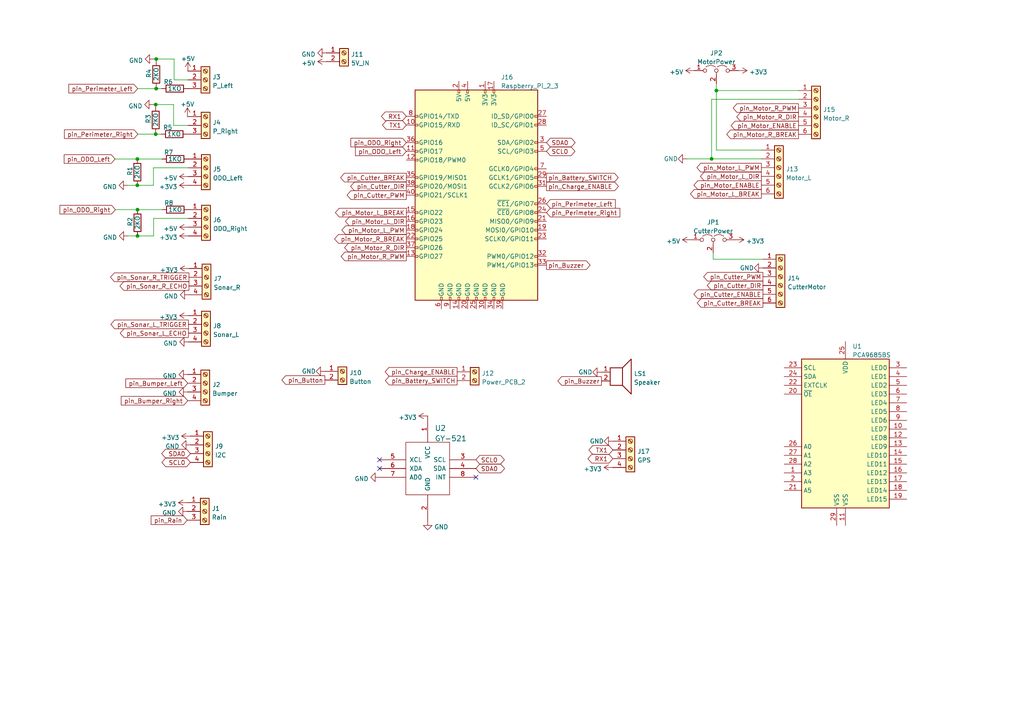
<source format=kicad_sch>
(kicad_sch (version 20211123) (generator eeschema)
  (paper "A4")
  (title_block (title "Raspberry Pi Mower PCB") (date "2023-09-10") (rev "1.0") (comment 1 "S. Dippel"))
  (lib_symbols
    (symbol "Connector:Raspberry_Pi_2_3" (pin_names (offset 1.016))
      (property "Reference" "J" (at -17.78 31.75 0))
      (property "Value" "Raspberry_Pi_2_3" (at 10.16 -31.75 0))
      (symbol "Raspberry_Pi_2_3_0_1"
        (rectangle (start -17.78 30.48) (end 17.78 -30.48) (stroke (width 0.254)) (fill (type background)))
      )
      (symbol "Raspberry_Pi_2_3_1_1"
        (rectangle (start -16.891 -17.526) (end -17.78 -18.034))
        (rectangle (start -16.891 -14.986) (end -17.78 -15.494))
        (rectangle (start -16.891 -12.446) (end -17.78 -12.954))
        (rectangle (start -16.891 -9.906) (end -17.78 -10.414))
        (rectangle (start -16.891 -7.366) (end -17.78 -7.874))
        (rectangle (start -16.891 -4.826) (end -17.78 -5.334))
        (rectangle (start -16.891 0.254) (end -17.78 -0.254))
        (rectangle (start -16.891 2.794) (end -17.78 2.286))
        (rectangle (start -16.891 5.334) (end -17.78 4.826))
        (rectangle (start -16.891 10.414) (end -17.78 9.906))
        (rectangle (start -16.891 12.954) (end -17.78 12.446))
        (rectangle (start -16.891 15.494) (end -17.78 14.986))
        (rectangle (start -16.891 20.574) (end -17.78 20.066))
        (rectangle (start -16.891 23.114) (end -17.78 22.606))
        (rectangle (start -10.414 -29.591) (end -9.906 -30.48))
        (rectangle (start -7.874 -29.591) (end -7.366 -30.48))
        (rectangle (start -5.334 -29.591) (end -4.826 -30.48))
        (rectangle (start -5.334 30.48) (end -4.826 29.591))
        (rectangle (start -2.794 -29.591) (end -2.286 -30.48))
        (rectangle (start -2.794 30.48) (end -2.286 29.591))
        (rectangle (start -0.254 -29.591) (end 0.254 -30.48))
        (rectangle (start 2.286 -29.591) (end 2.794 -30.48))
        (rectangle (start 2.286 30.48) (end 2.794 29.591))
        (rectangle (start 4.826 -29.591) (end 5.334 -30.48))
        (rectangle (start 4.826 30.48) (end 5.334 29.591))
        (rectangle (start 7.366 -29.591) (end 7.874 -30.48))
        (rectangle (start 17.78 -20.066) (end 16.891 -20.574))
        (rectangle (start 17.78 -17.526) (end 16.891 -18.034))
        (rectangle (start 17.78 -12.446) (end 16.891 -12.954))
        (rectangle (start 17.78 -9.906) (end 16.891 -10.414))
        (rectangle (start 17.78 -7.366) (end 16.891 -7.874))
        (rectangle (start 17.78 -4.826) (end 16.891 -5.334))
        (rectangle (start 17.78 -2.286) (end 16.891 -2.794))
        (rectangle (start 17.78 2.794) (end 16.891 2.286))
        (rectangle (start 17.78 5.334) (end 16.891 4.826))
        (rectangle (start 17.78 7.874) (end 16.891 7.366))
        (rectangle (start 17.78 12.954) (end 16.891 12.446))
        (rectangle (start 17.78 15.494) (end 16.891 14.986))
        (rectangle (start 17.78 20.574) (end 16.891 20.066))
        (rectangle (start 17.78 23.114) (end 16.891 22.606))
        (pin power_in line (at 2.54 33.02 270) (length 2.54) (name "3V3") (number "1"))
        (pin bidirectional line (at -20.32 20.32 0) (length 2.54) (name "GPIO15/RXD") (number "10"))
        (pin bidirectional line (at -20.32 12.7 0) (length 2.54) (name "GPIO17") (number "11"))
        (pin bidirectional line (at -20.32 10.16 0) (length 2.54) (name "GPIO18/PWM0") (number "12"))
        (pin bidirectional line (at -20.32 -17.78 0) (length 2.54) (name "GPIO27") (number "13"))
        (pin power_in line (at -5.08 -33.02 90) (length 2.54) (name "GND") (number "14"))
        (pin bidirectional line (at -20.32 -5.08 0) (length 2.54) (name "GPIO22") (number "15"))
        (pin bidirectional line (at -20.32 -7.62 0) (length 2.54) (name "GPIO23") (number "16"))
        (pin power_in line (at 5.08 33.02 270) (length 2.54) (name "3V3") (number "17"))
        (pin bidirectional line (at -20.32 -10.16 0) (length 2.54) (name "GPIO24") (number "18"))
        (pin bidirectional line (at 20.32 -10.16 180) (length 2.54) (name "MOSI0/GPIO10") (number "19"))
        (pin power_in line (at -5.08 33.02 270) (length 2.54) (name "5V") (number "2"))
        (pin power_in line (at -2.54 -33.02 90) (length 2.54) (name "GND") (number "20"))
        (pin bidirectional line (at 20.32 -7.62 180) (length 2.54) (name "MISO0/GPIO9") (number "21"))
        (pin bidirectional line (at -20.32 -12.7 0) (length 2.54) (name "GPIO25") (number "22"))
        (pin bidirectional line (at 20.32 -12.7 180) (length 2.54) (name "SCLK0/GPIO11") (number "23"))
        (pin bidirectional line (at 20.32 -5.08 180) (length 2.54) (name "~{CE0}/GPIO8") (number "24"))
        (pin power_in line (at 0 -33.02 90) (length 2.54) (name "GND") (number "25"))
        (pin bidirectional line (at 20.32 -2.54 180) (length 2.54) (name "~{CE1}/GPIO7") (number "26"))
        (pin bidirectional line (at 20.32 22.86 180) (length 2.54) (name "ID_SD/GPIO0") (number "27"))
        (pin bidirectional line (at 20.32 20.32 180) (length 2.54) (name "ID_SC/GPIO1") (number "28"))
        (pin bidirectional line (at 20.32 5.08 180) (length 2.54) (name "GCLK1/GPIO5") (number "29"))
        (pin bidirectional line (at 20.32 15.24 180) (length 2.54) (name "SDA/GPIO2") (number "3"))
        (pin power_in line (at 2.54 -33.02 90) (length 2.54) (name "GND") (number "30"))
        (pin bidirectional line (at 20.32 2.54 180) (length 2.54) (name "GCLK2/GPIO6") (number "31"))
        (pin bidirectional line (at 20.32 -17.78 180) (length 2.54) (name "PWM0/GPIO12") (number "32"))
        (pin bidirectional line (at 20.32 -20.32 180) (length 2.54) (name "PWM1/GPIO13") (number "33"))
        (pin power_in line (at 5.08 -33.02 90) (length 2.54) (name "GND") (number "34"))
        (pin bidirectional line (at -20.32 5.08 0) (length 2.54) (name "GPIO19/MISO1") (number "35"))
        (pin bidirectional line (at -20.32 15.24 0) (length 2.54) (name "GPIO16") (number "36"))
        (pin bidirectional line (at -20.32 -15.24 0) (length 2.54) (name "GPIO26") (number "37"))
        (pin bidirectional line (at -20.32 2.54 0) (length 2.54) (name "GPIO20/MOSI1") (number "38"))
        (pin power_in line (at 7.62 -33.02 90) (length 2.54) (name "GND") (number "39"))
        (pin power_in line (at -2.54 33.02 270) (length 2.54) (name "5V") (number "4"))
        (pin bidirectional line (at -20.32 0 0) (length 2.54) (name "GPIO21/SCLK1") (number "40"))
        (pin bidirectional line (at 20.32 12.7 180) (length 2.54) (name "SCL/GPIO3") (number "5"))
        (pin power_in line (at -10.16 -33.02 90) (length 2.54) (name "GND") (number "6"))
        (pin bidirectional line (at 20.32 7.62 180) (length 2.54) (name "GCLK0/GPIO4") (number "7"))
        (pin bidirectional line (at -20.32 22.86 0) (length 2.54) (name "GPIO14/TXD") (number "8"))
        (pin power_in line (at -7.62 -33.02 90) (length 2.54) (name "GND") (number "9"))
      )
    )
    (symbol "Connector:Screw_Terminal_01x02" (pin_names (offset 1.016) hide)
      (property "Reference" "J" (at 0 2.54 0))
      (property "Value" "Screw_Terminal_01x02" (at 0 -5.08 0))
      (symbol "Screw_Terminal_01x02_1_1"
        (rectangle (start -1.27 1.27) (end 1.27 -3.81) (stroke (width 0.254)) (fill (type background)))
        (circle (center 0 -2.54) (radius 0.635) (stroke (width 0.1524)))
        (polyline (pts (xy -0.5334 -2.2098) (xy 0.3302 -3.048)) (stroke (width 0.1524)))
        (polyline (pts (xy -0.5334 0.3302) (xy 0.3302 -0.508)) (stroke (width 0.1524)))
        (polyline (pts (xy -0.3556 -2.032) (xy 0.508 -2.8702)) (stroke (width 0.1524)))
        (polyline (pts (xy -0.3556 0.508) (xy 0.508 -0.3302)) (stroke (width 0.1524)))
        (circle (center 0 0) (radius 0.635) (stroke (width 0.1524)))
        (pin passive line (at -5.08 0 0) (length 3.81) (name "Pin_1") (number "1"))
        (pin passive line (at -5.08 -2.54 0) (length 3.81) (name "Pin_2") (number "2"))
      )
    )
    (symbol "Connector:Screw_Terminal_01x03" (pin_names (offset 1.016) hide)
      (property "Reference" "J" (at 0 5.08 0))
      (property "Value" "Screw_Terminal_01x03" (at 0 -5.08 0))
      (symbol "Screw_Terminal_01x03_1_1"
        (rectangle (start -1.27 3.81) (end 1.27 -3.81) (stroke (width 0.254)) (fill (type background)))
        (circle (center 0 -2.54) (radius 0.635) (stroke (width 0.1524)))
        (polyline (pts (xy -0.5334 -2.2098) (xy 0.3302 -3.048)) (stroke (width 0.1524)))
        (polyline (pts (xy -0.5334 0.3302) (xy 0.3302 -0.508)) (stroke (width 0.1524)))
        (polyline (pts (xy -0.5334 2.8702) (xy 0.3302 2.032)) (stroke (width 0.1524)))
        (polyline (pts (xy -0.3556 -2.032) (xy 0.508 -2.8702)) (stroke (width 0.1524)))
        (polyline (pts (xy -0.3556 0.508) (xy 0.508 -0.3302)) (stroke (width 0.1524)))
        (polyline (pts (xy -0.3556 3.048) (xy 0.508 2.2098)) (stroke (width 0.1524)))
        (circle (center 0 0) (radius 0.635) (stroke (width 0.1524)))
        (circle (center 0 2.54) (radius 0.635) (stroke (width 0.1524)))
        (pin passive line (at -5.08 2.54 0) (length 3.81) (name "Pin_1") (number "1"))
        (pin passive line (at -5.08 0 0) (length 3.81) (name "Pin_2") (number "2"))
        (pin passive line (at -5.08 -2.54 0) (length 3.81) (name "Pin_3") (number "3"))
      )
    )
    (symbol "Connector:Screw_Terminal_01x04" (pin_names (offset 1.016) hide)
      (property "Reference" "J" (at 0 5.08 0))
      (property "Value" "Screw_Terminal_01x04" (at 0 -7.62 0))
      (symbol "Screw_Terminal_01x04_1_1"
        (rectangle (start -1.27 3.81) (end 1.27 -6.35) (stroke (width 0.254)) (fill (type background)))
        (circle (center 0 -5.08) (radius 0.635) (stroke (width 0.1524)))
        (circle (center 0 -2.54) (radius 0.635) (stroke (width 0.1524)))
        (polyline (pts (xy -0.5334 -4.7498) (xy 0.3302 -5.588)) (stroke (width 0.1524)))
        (polyline (pts (xy -0.5334 -2.2098) (xy 0.3302 -3.048)) (stroke (width 0.1524)))
        (polyline (pts (xy -0.5334 0.3302) (xy 0.3302 -0.508)) (stroke (width 0.1524)))
        (polyline (pts (xy -0.5334 2.8702) (xy 0.3302 2.032)) (stroke (width 0.1524)))
        (polyline (pts (xy -0.3556 -4.572) (xy 0.508 -5.4102)) (stroke (width 0.1524)))
        (polyline (pts (xy -0.3556 -2.032) (xy 0.508 -2.8702)) (stroke (width 0.1524)))
        (polyline (pts (xy -0.3556 0.508) (xy 0.508 -0.3302)) (stroke (width 0.1524)))
        (polyline (pts (xy -0.3556 3.048) (xy 0.508 2.2098)) (stroke (width 0.1524)))
        (circle (center 0 0) (radius 0.635) (stroke (width 0.1524)))
        (circle (center 0 2.54) (radius 0.635) (stroke (width 0.1524)))
        (pin passive line (at -5.08 2.54 0) (length 3.81) (name "Pin_1") (number "1"))
        (pin passive line (at -5.08 0 0) (length 3.81) (name "Pin_2") (number "2"))
        (pin passive line (at -5.08 -2.54 0) (length 3.81) (name "Pin_3") (number "3"))
        (pin passive line (at -5.08 -5.08 0) (length 3.81) (name "Pin_4") (number "4"))
      )
    )
    (symbol "Connector:Screw_Terminal_01x06" (pin_names (offset 1.016) hide)
      (property "Reference" "J" (at 0 7.62 0))
      (property "Value" "Screw_Terminal_01x06" (at 0 -10.16 0))
      (symbol "Screw_Terminal_01x06_1_1"
        (rectangle (start -1.27 6.35) (end 1.27 -8.89) (stroke (width 0.254)) (fill (type background)))
        (circle (center 0 -7.62) (radius 0.635) (stroke (width 0.1524)))
        (circle (center 0 -5.08) (radius 0.635) (stroke (width 0.1524)))
        (circle (center 0 -2.54) (radius 0.635) (stroke (width 0.1524)))
        (polyline (pts (xy -0.5334 -7.2898) (xy 0.3302 -8.128)) (stroke (width 0.1524)))
        (polyline (pts (xy -0.5334 -4.7498) (xy 0.3302 -5.588)) (stroke (width 0.1524)))
        (polyline (pts (xy -0.5334 -2.2098) (xy 0.3302 -3.048)) (stroke (width 0.1524)))
        (polyline (pts (xy -0.5334 0.3302) (xy 0.3302 -0.508)) (stroke (width 0.1524)))
        (polyline (pts (xy -0.5334 2.8702) (xy 0.3302 2.032)) (stroke (width 0.1524)))
        (polyline (pts (xy -0.5334 5.4102) (xy 0.3302 4.572)) (stroke (width 0.1524)))
        (polyline (pts (xy -0.3556 -7.112) (xy 0.508 -7.9502)) (stroke (width 0.1524)))
        (polyline (pts (xy -0.3556 -4.572) (xy 0.508 -5.4102)) (stroke (width 0.1524)))
        (polyline (pts (xy -0.3556 -2.032) (xy 0.508 -2.8702)) (stroke (width 0.1524)))
        (polyline (pts (xy -0.3556 0.508) (xy 0.508 -0.3302)) (stroke (width 0.1524)))
        (polyline (pts (xy -0.3556 3.048) (xy 0.508 2.2098)) (stroke (width 0.1524)))
        (polyline (pts (xy -0.3556 5.588) (xy 0.508 4.7498)) (stroke (width 0.1524)))
        (circle (center 0 0) (radius 0.635) (stroke (width 0.1524)))
        (circle (center 0 2.54) (radius 0.635) (stroke (width 0.1524)))
        (circle (center 0 5.08) (radius 0.635) (stroke (width 0.1524)))
        (pin passive line (at -5.08 5.08 0) (length 3.81) (name "Pin_1") (number "1"))
        (pin passive line (at -5.08 2.54 0) (length 3.81) (name "Pin_2") (number "2"))
        (pin passive line (at -5.08 0 0) (length 3.81) (name "Pin_3") (number "3"))
        (pin passive line (at -5.08 -2.54 0) (length 3.81) (name "Pin_4") (number "4"))
        (pin passive line (at -5.08 -5.08 0) (length 3.81) (name "Pin_5") (number "5"))
        (pin passive line (at -5.08 -7.62 0) (length 3.81) (name "Pin_6") (number "6"))
      )
    )
    (symbol "Device:R" (pin_numbers hide) (pin_names (offset 0))
      (property "Reference" "R" (at 2.032 0 90))
      (property "Value" "R" (at 0 0 90))
      (symbol "R_0_1"
        (rectangle (start -1.016 -2.54) (end 1.016 2.54) (stroke (width 0.254)))
      )
      (symbol "R_1_1"
        (pin passive line (at 0 3.81 270) (length 1.27) (name "~") (number "1"))
        (pin passive line (at 0 -3.81 90) (length 1.27) (name "~") (number "2"))
      )
    )
    (symbol "Device:Speaker" (pin_names (offset 0) hide)
      (property "Reference" "LS" (at 1.27 5.715 0))
      (property "Value" "Speaker" (at 1.27 3.81 0))
      (symbol "Speaker_0_0"
        (rectangle (start -2.54 1.27) (end 1.016 -3.81) (stroke (width 0.254)))
        (polyline (pts (xy 1.016 1.27) (xy 3.556 3.81) (xy 3.556 -6.35) (xy 1.016 -3.81)) (stroke (width 0.254)))
      )
      (symbol "Speaker_1_1"
        (pin input line (at -5.08 0 0) (length 2.54) (name "1") (number "1"))
        (pin input line (at -5.08 -2.54 0) (length 2.54) (name "2") (number "2"))
      )
    )
    (symbol "Diode:1N5819" (pin_numbers hide) (pin_names (offset 1.016) hide)
      (property "Reference" "D" (at 0 2.54 0))
      (property "Value" "1N5819" (at 0 -2.54 0))
      (symbol "1N5819_0_1"
        (polyline (pts (xy 1.27 0) (xy -1.27 0)))
        (polyline (pts (xy 1.27 1.27) (xy 1.27 -1.27) (xy -1.27 0) (xy 1.27 1.27)) (stroke (width 0.254)))
        (polyline (pts (xy -1.905 0.635) (xy -1.905 1.27) (xy -1.27 1.27) (xy -1.27 -1.27) (xy -0.635 -1.27) (xy -0.635 -0.635)) (stroke (width 0.254)))
      )
      (symbol "1N5819_1_1"
        (pin passive line (at -3.81 0 0) (length 2.54) (name "K") (number "1"))
        (pin passive line (at 3.81 0 180) (length 2.54) (name "A") (number "2"))
      )
    )
    (symbol "Driver_LED:PCA9685BS"
      (property "Reference" "U" (at -12.7 22.225 0))
      (property "Value" "PCA9685BS" (at 1.27 22.225 0))
      (symbol "PCA9685BS_0_1"
        (rectangle (start -12.7 20.32) (end 12.7 -22.86) (stroke (width 0.254)) (fill (type background)))
      )
      (symbol "PCA9685BS_1_1"
        (pin input line (at -17.78 -12.7 0) (length 5.08) (name "A3") (number "1"))
        (pin output line (at 17.78 0 180) (length 5.08) (name "LED7") (number "10"))
        (pin power_in line (at 0 -27.94 90) (length 5.08) (name "VSS") (number "11"))
        (pin output line (at 17.78 -2.54 180) (length 5.08) (name "LED8") (number "12"))
        (pin output line (at 17.78 -5.08 180) (length 5.08) (name "LED9") (number "13"))
        (pin output line (at 17.78 -7.62 180) (length 5.08) (name "LED10") (number "14"))
        (pin output line (at 17.78 -10.16 180) (length 5.08) (name "LED11") (number "15"))
        (pin output line (at 17.78 -12.7 180) (length 5.08) (name "LED12") (number "16"))
        (pin output line (at 17.78 -15.24 180) (length 5.08) (name "LED13") (number "17"))
        (pin output line (at 17.78 -17.78 180) (length 5.08) (name "LED14") (number "18"))
        (pin output line (at 17.78 -20.32 180) (length 5.08) (name "LED15") (number "19"))
        (pin input line (at -17.78 -15.24 0) (length 5.08) (name "A4") (number "2"))
        (pin input line (at -17.78 10.16 0) (length 5.08) (name "~{OE}") (number "20"))
        (pin input line (at -17.78 -17.78 0) (length 5.08) (name "A5") (number "21"))
        (pin input line (at -17.78 12.7 0) (length 5.08) (name "EXTCLK") (number "22"))
        (pin input line (at -17.78 17.78 0) (length 5.08) (name "SCL") (number "23"))
        (pin bidirectional line (at -17.78 15.24 0) (length 5.08) (name "SDA") (number "24"))
        (pin power_in line (at 0 25.4 270) (length 5.08) (name "VDD") (number "25"))
        (pin input line (at -17.78 -5.08 0) (length 5.08) (name "A0") (number "26"))
        (pin input line (at -17.78 -7.62 0) (length 5.08) (name "A1") (number "27"))
        (pin input line (at -17.78 -10.16 0) (length 5.08) (name "A2") (number "28"))
        (pin power_in line (at -2.54 -27.94 90) (length 5.08) (name "VSS") (number "29"))
        (pin output line (at 17.78 17.78 180) (length 5.08) (name "LED0") (number "3"))
        (pin output line (at 17.78 15.24 180) (length 5.08) (name "LED1") (number "4"))
        (pin output line (at 17.78 12.7 180) (length 5.08) (name "LED2") (number "5"))
        (pin output line (at 17.78 10.16 180) (length 5.08) (name "LED3") (number "6"))
        (pin output line (at 17.78 7.62 180) (length 5.08) (name "LED4") (number "7"))
        (pin output line (at 17.78 5.08 180) (length 5.08) (name "LED5") (number "8"))
        (pin output line (at 17.78 2.54 180) (length 5.08) (name "LED6") (number "9"))
      )
    )
    (symbol "Jumper:Jumper_3_Open" (pin_names (offset 0) hide)
      (property "Reference" "JP" (at -2.54 -2.54 0))
      (property "Value" "Jumper_3_Open" (at 0 2.794 0))
      (symbol "Jumper_3_Open_0_0"
        (circle (center -3.302 0) (radius 0.508))
        (circle (center 0 0) (radius 0.508))
        (circle (center 3.302 0) (radius 0.508))
      )
      (symbol "Jumper_3_Open_0_1"
        (arc (start -0.254 1.016) (mid -1.651 1.4992) (end -3.048 1.016))
        (polyline (pts (xy 0 -0.508) (xy 0 -1.27)))
        (arc (start 3.048 1.016) (mid 1.651 1.4992) (end 0.254 1.016))
      )
      (symbol "Jumper_3_Open_1_1"
        (pin passive line (at -6.35 0 0) (length 2.54) (name "A") (number "1"))
        (pin input line (at 0 -3.81 90) (length 2.54) (name "C") (number "2"))
        (pin passive line (at 6.35 0 180) (length 2.54) (name "B") (number "3"))
      )
    )
    (symbol "gy-521:GY-521" (pin_names (offset 1.016))
      (property "Reference" "U" (at 2.54 8.89 0))
      (property "Value" "GY-521" (at 5.08 11.43 0))
      (symbol "GY-521_0_1"
        (rectangle (start -6.35 7.62) (end 6.35 -7.62))
      )
      (symbol "GY-521_1_1"
        (pin input line (at 0 15.24 270) (length 7.62) (name "VCC") (number "1"))
        (pin input line (at 0 -15.24 90) (length 7.62) (name "GND") (number "2"))
        (pin input line (at 13.97 2.54 180) (length 7.62) (name "SCL") (number "3"))
        (pin input line (at 13.97 0 180) (length 7.62) (name "SDA") (number "4"))
        (pin input line (at -13.97 2.54 0) (length 7.62) (name "XCL") (number "5"))
        (pin input line (at -13.97 0 0) (length 7.62) (name "XDA") (number "6"))
        (pin input line (at -13.97 -2.54 0) (length 7.62) (name "AD0") (number "7"))
        (pin input line (at 13.97 -2.54 180) (length 7.62) (name "INT") (number "8"))
      )
    )
    (symbol "power:+3.3V" (power) (pin_names (offset 0))
      (property "Value" "+3.3V" (at 0 3.556 0))
      (symbol "+3.3V_0_1"
        (polyline (pts (xy -0.762 1.27) (xy 0 2.54)))
        (polyline (pts (xy 0 0) (xy 0 2.54)))
        (polyline (pts (xy 0 2.54) (xy 0.762 1.27)))
      )
      (symbol "+3.3V_1_1"
        (pin power_in line (at 0 0 90) (length 0) hide (name "+3V3") (number "1"))
      )
    )
    (symbol "power:+5V" (power) (pin_names (offset 0))
      (property "Value" "+5V" (at 0 3.556 0))
      (symbol "+5V_0_1"
        (polyline (pts (xy -0.762 1.27) (xy 0 2.54)))
        (polyline (pts (xy 0 0) (xy 0 2.54)))
        (polyline (pts (xy 0 2.54) (xy 0.762 1.27)))
      )
      (symbol "+5V_1_1"
        (pin power_in line (at 0 0 90) (length 0) hide (name "+5V") (number "1"))
      )
    )
    (symbol "power:GND" (power) (pin_names (offset 0))
      (property "Value" "GND" (at 0 -3.81 0))
      (symbol "GND_0_1"
        (polyline (pts (xy 0 0) (xy 0 -1.27) (xy 1.27 -1.27) (xy 0 -2.54) (xy -1.27 -1.27) (xy 0 -1.27)))
      )
      (symbol "GND_1_1"
        (pin power_in line (at 0 0 270) (length 0) hide (name "GND") (number "1"))
      )
    )
  )
  (junction (at 45.3136 17.1196))
  (junction (at 39.8272 53.7464))
  (junction (at 39.8272 46.1264))
  (junction (at 45.3136 25.7048))
  (junction (at 45.1612 30.3276))
  (junction (at 207.772 26.2636))
  (junction (at 45.1612 38.9128))
  (junction (at 206.4004 46.0756))
  (junction (at 39.878 60.8076))
  (junction (at 39.878 68.4276))
  (no_connect (at 110.0836 135.89))
  (no_connect (at 110.0836 133.35))
  (no_connect (at 138.0236 138.43))
  (wire (pts (xy 44.5008 30.3276) (xy 45.1612 30.3276)))
  (wire (pts (xy 220.8276 43.5356) (xy 207.772 43.5356)))
  (wire (pts (xy 46.8884 25.7048) (xy 45.3136 25.7048)))
  (wire (pts (xy 231.5972 28.8036) (xy 206.4004 28.8036)))
  (wire (pts (xy 39.9288 25.7048) (xy 45.3136 25.7048)))
  (wire (pts (xy 33.4264 60.8076) (xy 39.878 60.8076)))
  (wire (pts (xy 199.2376 46.0756) (xy 206.4004 46.0756)))
  (wire (pts (xy 33.3756 46.1264) (xy 39.8272 46.1264)))
  (wire (pts (xy 207.772 24.2824) (xy 207.772 26.2636)))
  (wire (pts (xy 39.8272 46.1264) (xy 46.99 46.1264)))
  (wire (pts (xy 45.1612 30.3276) (xy 50.3428 30.3276)))
  (wire (pts (xy 45.1612 38.9128) (xy 45.1612 38.608)))
  (wire (pts (xy 54.5592 33.8328) (xy 54.356 33.8328)))
  (wire (pts (xy 39.9796 38.9128) (xy 45.1612 38.9128)))
  (wire (pts (xy 45.3136 25.7048) (xy 45.3136 25.4)))
  (wire (pts (xy 44.5516 63.3476) (xy 44.5516 68.4276)))
  (wire (pts (xy -26.5176 -15.9004) (xy -26.5176 -19.2024)))
  (wire (pts (xy 54.5592 38.9128) (xy 54.356 38.9128)))
  (wire (pts (xy -47.5488 -15.9004) (xy -38.8112 -15.9004)))
  (wire (pts (xy 39.8272 53.7464) (xy 37.084 53.7464)))
  (wire (pts (xy 45.3136 17.1196) (xy 50.4952 17.1196)))
  (wire (pts (xy 206.8576 73.3552) (xy 206.8576 75.184)))
  (wire (pts (xy 44.5516 68.4276) (xy 39.878 68.4276)))
  (wire (pts (xy 44.6532 17.1196) (xy 45.3136 17.1196)))
  (wire (pts (xy 54.61 48.6664) (xy 44.5008 48.6664)))
  (wire (pts (xy 44.5008 53.7464) (xy 39.8272 53.7464)))
  (wire (pts (xy 206.8576 75.184) (xy 221.2848 75.184)))
  (wire (pts (xy 50.3428 36.3728) (xy 54.5592 36.3728)))
  (wire (pts (xy 207.772 43.5356) (xy 207.772 26.2636)))
  (wire (pts (xy 206.4004 46.0756) (xy 220.8276 46.0756)))
  (wire (pts (xy 46.736 38.9128) (xy 45.1612 38.9128)))
  (wire (pts (xy 45.1612 30.3276) (xy 45.1612 30.988)))
  (wire (pts (xy 44.5008 48.6664) (xy 44.5008 53.7464)))
  (wire (pts (xy 39.878 68.4276) (xy 37.1348 68.4276)))
  (wire (pts (xy 207.772 26.2636) (xy 231.5972 26.2636)))
  (wire (pts (xy 39.878 60.8076) (xy 47.0408 60.8076)))
  (wire (pts (xy 50.4952 23.1648) (xy 54.5084 23.1648)))
  (wire (pts (xy 50.3428 30.3276) (xy 50.3428 36.3728)))
  (wire (pts (xy 45.3136 17.1196) (xy 45.3136 17.78)))
  (wire (pts (xy -31.1912 -15.9004) (xy -26.5176 -15.9004)))
  (wire (pts (xy 54.6608 63.3476) (xy 44.5516 63.3476)))
  (wire (pts (xy 206.4004 28.8036) (xy 206.4004 46.0756)))
  (wire (pts (xy 50.4952 17.1196) (xy 50.4952 23.1648)))
  (global_label "pin_Sonar_R_ECHO" (shape output) (at 66.8528 -10.922 180) (property "Intersheet References" "${INTERSHEET_REFS}" (effects hide)))
  (global_label "SCL0" (shape bidirectional) (at 138.0236 133.35 0) (property "Intersheet References" "${INTERSHEET_REFS}" (effects hide)))
  (global_label "pin_Motor_L_DIR" (shape output) (at 220.8276 51.1556 180) (property "Intersheet References" "${INTERSHEET_REFS}" (effects hide)))
  (global_label "pin_Motor_L_PWM" (shape output) (at 220.8276 48.6156 180) (property "Intersheet References" "${INTERSHEET_REFS}" (effects hide)))
  (global_label "pin_Battery_SWITCH" (shape output) (at 132.588 110.3884 180) (property "Intersheet References" "${INTERSHEET_REFS}" (effects hide)))
  (global_label "pin_Cutter_PWM" (shape output) (at 117.856 56.5912 180) (property "Intersheet References" "${INTERSHEET_REFS}" (effects hide)))
  (global_label "pin_Motor_L_BREAK" (shape output) (at 117.856 61.6712 180) (property "Intersheet References" "${INTERSHEET_REFS}" (effects hide)))
  (global_label "pin_Bumper_Right" (shape input) (at 54.4576 116.2304 180) (property "Intersheet References" "${INTERSHEET_REFS}" (effects hide)))
  (global_label "pin_Motor_L_BREAK" (shape output) (at 220.8276 56.2356 180) (property "Intersheet References" "${INTERSHEET_REFS}" (effects hide)))
  (global_label "pin_Motor_ENABLE" (shape output) (at 157.9372 -6.096 180) (property "Intersheet References" "${INTERSHEET_REFS}" (effects hide)))
  (global_label "pin_Cutter_ENABLE" (shape output) (at 156.972 -11.8872 180) (property "Intersheet References" "${INTERSHEET_REFS}" (effects hide)))
  (global_label "SDA0" (shape bidirectional) (at 55.2196 131.572 180) (property "Intersheet References" "${INTERSHEET_REFS}" (effects hide)))
  (global_label "SDA0" (shape bidirectional) (at 138.0236 135.89 0) (property "Intersheet References" "${INTERSHEET_REFS}" (effects hide)))
  (global_label "pin_Cutter_BREAK" (shape output) (at 117.856 51.5112 180) (property "Intersheet References" "${INTERSHEET_REFS}" (effects hide)))
  (global_label "pin_Sonar_R_TRIGGER" (shape output) (at 54.8132 80.4164 180) (property "Intersheet References" "${INTERSHEET_REFS}" (effects hide)))
  (global_label "pin_Motor_R_PWM" (shape output) (at 231.5972 31.3436 180) (property "Intersheet References" "${INTERSHEET_REFS}" (effects hide)))
  (global_label "pin_Motor_R_DIR" (shape output) (at 117.856 71.8312 180) (property "Intersheet References" "${INTERSHEET_REFS}" (effects hide)))
  (global_label "pin_Sonar_L_ECHO" (shape output) (at 67.3608 -26.416 180) (property "Intersheet References" "${INTERSHEET_REFS}" (effects hide)))
  (global_label "pin_Bumper_Left" (shape input) (at 66.6496 -34.8488 180) (property "Intersheet References" "${INTERSHEET_REFS}" (effects hide)))
  (global_label "pin_Rain" (shape input) (at 83.566 -18.3896 180) (property "Intersheet References" "${INTERSHEET_REFS}" (effects hide)))
  (global_label "pin_Charge_ENABLE" (shape output) (at 158.496 54.0512 0) (property "Intersheet References" "${INTERSHEET_REFS}" (effects hide)))
  (global_label "pin_Cutter_DIR" (shape output) (at 221.2848 82.804 180) (property "Intersheet References" "${INTERSHEET_REFS}" (effects hide)))
  (global_label "pin_Perimeter_Left" (shape input) (at 39.9288 25.7048 180) (property "Intersheet References" "${INTERSHEET_REFS}" (effects hide)))
  (global_label "pin_Rain" (shape input) (at 54.3052 150.876 180) (property "Intersheet References" "${INTERSHEET_REFS}" (effects hide)))
  (global_label "pin_ODO_Left" (shape input) (at 117.856 43.8912 180) (property "Intersheet References" "${INTERSHEET_REFS}" (effects hide)))
  (global_label "pin_Motor_R_BREAK" (shape output) (at 231.5972 38.9636 180) (property "Intersheet References" "${INTERSHEET_REFS}" (effects hide)))
  (global_label "pin_Sonar_L_TRIGGER" (shape output) (at 67.818 -21.59 180) (property "Intersheet References" "${INTERSHEET_REFS}" (effects hide)))
  (global_label "pin_Cutter_ENABLE" (shape output) (at 221.2848 85.344 180) (property "Intersheet References" "${INTERSHEET_REFS}" (effects hide)))
  (global_label "pin_Motor_R_DIR" (shape output) (at 231.5972 33.8836 180) (property "Intersheet References" "${INTERSHEET_REFS}" (effects hide)))
  (global_label "pin_Cutter_DIR" (shape output) (at 117.856 54.0512 180) (property "Intersheet References" "${INTERSHEET_REFS}" (effects hide)))
  (global_label "pin_Motor_ENABLE" (shape output) (at 231.5972 36.4236 180) (property "Intersheet References" "${INTERSHEET_REFS}" (effects hide)))
  (global_label "pin_Battery_SWITCH" (shape output) (at 158.496 51.5112 0) (property "Intersheet References" "${INTERSHEET_REFS}" (effects hide)))
  (global_label "pin_Button" (shape output) (at 94.234 110.236 180) (property "Intersheet References" "${INTERSHEET_REFS}" (effects hide)))
  (global_label "pin_Cutter_BREAK" (shape output) (at 221.2848 87.884 180) (property "Intersheet References" "${INTERSHEET_REFS}" (effects hide)))
  (global_label "pin_Charge_ENABLE" (shape output) (at 132.588 107.8484 180) (property "Intersheet References" "${INTERSHEET_REFS}" (effects hide)))
  (global_label "pin_Motor_L_PWM" (shape output) (at 117.856 66.7512 180) (property "Intersheet References" "${INTERSHEET_REFS}" (effects hide)))
  (global_label "pin_Perimeter_Left" (shape input) (at 158.496 59.1312 0) (property "Intersheet References" "${INTERSHEET_REFS}" (effects hide)))
  (global_label "pin_Sonar_L_TRIGGER" (shape output) (at 54.6608 94.0816 180) (property "Intersheet References" "${INTERSHEET_REFS}" (effects hide)))
  (global_label "pin_Cutter_PWM" (shape output) (at 221.2848 80.264 180) (property "Intersheet References" "${INTERSHEET_REFS}" (effects hide)))
  (global_label "pin_Sonar_R_ECHO" (shape output) (at 54.8132 82.9564 180) (property "Intersheet References" "${INTERSHEET_REFS}" (effects hide)))
  (global_label "TX1" (shape bidirectional) (at 177.7492 130.5052 180) (property "Intersheet References" "${INTERSHEET_REFS}" (effects hide)))
  (global_label "RX1" (shape bidirectional) (at 117.856 33.7312 180) (property "Intersheet References" "${INTERSHEET_REFS}" (effects hide)))
  (global_label "pin_Button" (shape output) (at 83.1596 -14.732 180) (property "Intersheet References" "${INTERSHEET_REFS}" (effects hide)))
  (global_label "TX1" (shape bidirectional) (at 117.856 36.2712 180) (property "Intersheet References" "${INTERSHEET_REFS}" (effects hide)))
  (global_label "pin_Buzzer" (shape output) (at 158.496 76.9112 0) (property "Intersheet References" "${INTERSHEET_REFS}" (effects hide)))
  (global_label "pin_Perimeter_Right" (shape input) (at 158.496 61.6712 0) (property "Intersheet References" "${INTERSHEET_REFS}" (effects hide)))
  (global_label "pin_Sonar_R_TRIGGER" (shape output) (at 67.4116 -7.366 180) (property "Intersheet References" "${INTERSHEET_REFS}" (effects hide)))
  (global_label "pin_Motor_R_PWM" (shape output) (at 117.856 74.3712 180) (property "Intersheet References" "${INTERSHEET_REFS}" (effects hide)))
  (global_label "pin_Buzzer" (shape output) (at 174.4472 110.49 180) (property "Intersheet References" "${INTERSHEET_REFS}" (effects hide)))
  (global_label "pin_ODO_Right" (shape input) (at 117.856 41.3512 180) (property "Intersheet References" "${INTERSHEET_REFS}" (effects hide)))
  (global_label "pin_Bumper_Right" (shape input) (at 66.8528 -39.6748 180) (property "Intersheet References" "${INTERSHEET_REFS}" (effects hide)))
  (global_label "pin_Motor_ENABLE" (shape output) (at 220.8276 53.6956 180) (property "Intersheet References" "${INTERSHEET_REFS}" (effects hide)))
  (global_label "pin_Perimeter_Right" (shape input) (at 39.9796 38.9128 180) (property "Intersheet References" "${INTERSHEET_REFS}" (effects hide)))
  (global_label "RX1" (shape bidirectional) (at 177.7492 133.0452 180) (property "Intersheet References" "${INTERSHEET_REFS}" (effects hide)))
  (global_label "pin_Motor_R_BREAK" (shape output) (at 117.856 69.2912 180) (property "Intersheet References" "${INTERSHEET_REFS}" (effects hide)))
  (global_label "SDA0" (shape bidirectional) (at 158.496 41.3512 0) (property "Intersheet References" "${INTERSHEET_REFS}" (effects hide)))
  (global_label "SCL0" (shape bidirectional) (at 55.2196 134.112 180) (property "Intersheet References" "${INTERSHEET_REFS}" (effects hide)))
  (global_label "pin_ODO_Right" (shape input) (at 33.4772 60.8076 180) (property "Intersheet References" "${INTERSHEET_REFS}" (effects hide)))
  (global_label "SCL0" (shape bidirectional) (at 158.496 43.8912 0) (property "Intersheet References" "${INTERSHEET_REFS}" (effects hide)))
  (global_label "pin_Bumper_Left" (shape input) (at 54.4576 111.1504 180) (property "Intersheet References" "${INTERSHEET_REFS}" (effects hide)))
  (global_label "pin_Sonar_L_ECHO" (shape output) (at 54.6608 96.6216 180) (property "Intersheet References" "${INTERSHEET_REFS}" (effects hide)))
  (global_label "pin_ODO_Left" (shape input) (at 33.3756 46.1264 180) (property "Intersheet References" "${INTERSHEET_REFS}" (effects hide)))
  (global_label "pin_Motor_L_DIR" (shape output) (at 117.856 64.2112 180) (property "Intersheet References" "${INTERSHEET_REFS}" (effects hide)))
  (symbol (lib_id "power:+5V") (at 200.5076 69.5452 90) (unit 1)
    (property "Reference" "#PWR0126" (effects hide))
    (property "Value" "+5V" (at 197.3327 69.979 90) (effects (justify left)))
  )
  (symbol (lib_id "power:GND") (at 37.1348 68.4276 270) (unit 1)
    (property "Reference" "#PWR0104" (effects hide))
    (property "Value" "GND" (at 33.9599 68.8614 90) (effects (justify right)))
  )
  (symbol (lib_id "power:+3.3V") (at 54.3052 145.796 90) (unit 1)
    (property "Reference" "#PWR0116" (effects hide))
    (property "Value" "+3.3V" (at 51.1302 146.2298 90) (effects (justify left)))
  )
  (symbol (lib_id "Connector:Screw_Terminal_01x04") (at 59.7408 94.0816 0) (unit 1)
    (property "Reference" "J8" (at 61.7728 94.5169 0) (effects (justify left)))
    (property "Value" "Sonar_L" (at 61.7728 97.0538 0) (effects (justify left)))
  )
  (symbol (lib_id "gy-521:GY-521") (at 124.0536 135.89 0) (unit 1)
    (property "Reference" "U2" (at 126.073 124.1859 0) (effects (font (size 1.524 1.524)) (justify left)))
    (property "Value" "GY-521" (at 126.073 127.1793 0) (effects (font (size 1.524 1.524)) (justify left)))
  )
  (symbol (lib_id "Connector:Screw_Terminal_01x02") (at 137.668 107.8484 0) (unit 1)
    (property "Reference" "J12" (at 139.7 108.2837 0) (effects (justify left)))
    (property "Value" "Power_PCB_2" (at 139.7 110.8206 0) (effects (justify left)))
  )
  (symbol (lib_id "Connector:Screw_Terminal_01x06") (at 225.9076 48.6156 0) (unit 1)
    (property "Reference" "J13" (at 227.9396 49.0509 0) (effects (justify left)))
    (property "Value" "Motor_L" (at 227.9396 51.5878 0) (effects (justify left)))
  )
  (symbol (lib_id "Connector:Screw_Terminal_01x04") (at 60.2996 129.032 0) (unit 1)
    (property "Reference" "J9" (at 62.3316 129.4673 0) (effects (justify left)))
    (property "Value" "I2C" (at 62.3316 132.0042 0) (effects (justify left)))
  )
  (symbol (lib_id "Connector:Screw_Terminal_01x02") (at 99.314 107.696 0) (unit 1)
    (property "Reference" "J10" (at 101.346 108.1313 0) (effects (justify left)))
    (property "Value" "Button" (at 101.346 110.6682 0) (effects (justify left)))
  )
  (symbol (lib_id "Device:R") (at 50.8 46.1264 90) (unit 1)
    (property "Reference" "R7" (at 48.9204 44.196 90))
    (property "Value" "1KO" (at 50.7492 46.1264 90))
  )
  (symbol (lib_id "Connector:Screw_Terminal_01x06") (at 236.6772 31.3436 0) (unit 1)
    (property "Reference" "J15" (at 238.7092 31.7789 0) (effects (justify left)))
    (property "Value" "Motor_R" (at 238.7092 34.3158 0) (effects (justify left)))
  )
  (symbol (lib_id "power:+5V") (at -26.5176 -19.2024 0) (unit 1)
    (property "Reference" "#PWR0125" (effects hide))
    (property "Value" "+5V" (at -26.5176 -22.7782 0))
  )
  (symbol (lib_id "power:+5V") (at 54.5084 20.6248 0) (unit 1)
    (property "Reference" "#PWR0131" (effects hide))
    (property "Value" "+5V" (at 54.5084 17.049 0))
  )
  (symbol (lib_id "Connector:Raspberry_Pi_2_3") (at 138.176 56.5912 0) (unit 1)
    (property "Reference" "J16" (at 145.2754 22.4114 0) (effects (justify left)))
    (property "Value" "Raspberry_Pi_2_3" (at 145.2754 24.9483 0) (effects (justify left)))
    (property "Datasheet" "https://www.raspberrypi.org/documentation/hardware/raspberrypi/schematics/rpi_SCH_3bplus_1p0_reduced.pdf" (effects hide))
  )
  (symbol (lib_id "power:GND") (at 55.2196 129.032 270) (unit 1)
    (property "Reference" "#PWR0117" (effects hide))
    (property "Value" "GND" (at 52.0447 129.4658 90) (effects (justify right)))
  )
  (symbol (lib_id "Driver_LED:PCA9685BS") (at 245.2116 124.46 0) (unit 1)
    (property "Reference" "U1" (at 247.231 100.4402 0) (effects (justify left)))
    (property "Value" "PCA9685BS" (at 247.231 102.9771 0) (effects (justify left)))
    (property "Footprint" "AdafruitPCA9685:Adafruit PCA9685 rev C" (effects hide))
    (property "Datasheet" "http://www.nxp.com/documents/data_sheet/PCA9685.pdf" (effects hide))
  )
  (symbol (lib_id "power:GND") (at 110.0836 138.43 270) (unit 1)
    (property "Reference" "#PWR0111" (effects hide))
    (property "Value" "GND" (at 106.9087 138.8638 90) (effects (justify right)))
  )
  (symbol (lib_id "power:+3.3V") (at 213.2076 69.5452 270) (unit 1)
    (property "Reference" "#PWR0122" (effects hide))
    (property "Value" "+3.3V" (at 216.3826 69.979 90) (effects (justify left)))
  )
  (symbol (lib_id "Connector:Screw_Terminal_01x03") (at 59.5884 23.1648 0) (unit 1)
    (property "Reference" "J3" (at 61.6204 22.3301 0) (effects (justify left)))
    (property "Value" "P_Left" (at 61.6204 24.867 0) (effects (justify left)))
  )
  (symbol (lib_id "power:+3.3V") (at 214.122 20.4724 270) (unit 1)
    (property "Reference" "#PWR0128" (effects hide))
    (property "Value" "+3.3V" (at 217.297 20.9062 90) (effects (justify left)))
  )
  (symbol (lib_id "Device:Speaker") (at 179.5272 107.95 0) (unit 1)
    (property "Reference" "LS1" (at 183.8452 108.3853 0) (effects (justify left)))
    (property "Value" "Speaker" (at 183.8452 110.9222 0) (effects (justify left)))
  )
  (symbol (lib_id "Connector:Screw_Terminal_01x04") (at 182.8292 130.5052 0) (unit 1)
    (property "Reference" "J17" (at 184.8612 130.9405 0) (effects (justify left)))
    (property "Value" "GPS" (at 184.8612 133.4774 0) (effects (justify left)))
  )
  (symbol (lib_id "power:GND") (at 37.084 53.7464 270) (unit 1)
    (property "Reference" "#PWR0103" (effects hide))
    (property "Value" "GND" (at 33.9091 54.1802 90) (effects (justify right)))
  )
  (symbol (lib_id "power:+5V") (at 54.6608 65.8876 90) (unit 1)
    (property "Reference" "#PWR0105" (effects hide))
    (property "Value" "+5V" (at 51.4859 66.3214 90) (effects (justify left)))
  )
  (symbol (lib_id "Device:R") (at 45.1612 34.798 0) (unit 1)
    (property "Reference" "R3" (at 43.0276 34.4932 90))
    (property "Value" "2KO" (at 45.1612 34.7472 90))
  )
  (symbol (lib_id "Connector:Screw_Terminal_01x04") (at 59.8932 80.4164 0) (unit 1)
    (property "Reference" "J7" (at 61.9252 80.8517 0) (effects (justify left)))
    (property "Value" "Sonar_R" (at 61.9252 83.3886 0) (effects (justify left)))
  )
  (symbol (lib_id "power:GND") (at 54.8132 85.4964 270) (unit 1)
    (property "Reference" "#PWR0108" (effects hide))
    (property "Value" "GND" (at 51.6383 85.9302 90) (effects (justify right)))
  )
  (symbol (lib_id "Connector:Screw_Terminal_01x02") (at 99.7712 15.3416 0) (unit 1)
    (property "Reference" "J11" (at 101.8032 15.7769 0) (effects (justify left)))
    (property "Value" "5V_IN" (at 101.8032 18.3138 0) (effects (justify left)))
  )
  (symbol (lib_id "Device:R") (at 39.878 64.6176 0) (unit 1)
    (property "Reference" "R2" (at 37.7444 64.3128 90))
    (property "Value" "2KO" (at 39.878 64.5668 90))
  )
  (symbol (lib_id "power:GND") (at 54.3052 148.336 270) (unit 1)
    (property "Reference" "#PWR0114" (effects hide))
    (property "Value" "GND" (at 51.1303 148.7698 90) (effects (justify right)))
  )
  (symbol (lib_id "power:GND") (at 221.2848 77.724 270) (unit 1)
    (property "Reference" "#PWR0123" (effects hide))
    (property "Value" "GND" (at 214.5792 77.724 90) (effects (justify left)))
  )
  (symbol (lib_id "power:GND") (at 124.0536 151.13 0) (unit 1)
    (property "Reference" "#PWR0112" (effects hide))
    (property "Value" "GND" (at 125.9586 152.8338 0) (effects (justify left)))
  )
  (symbol (lib_id "power:+3.3V") (at 54.6608 68.4276 90) (unit 1)
    (property "Reference" "#PWR0106" (effects hide))
    (property "Value" "+3.3V" (at 51.4858 68.8614 90) (effects (justify left)))
  )
  (symbol (lib_id "power:GND") (at 94.6912 15.3416 270) (unit 1)
    (property "Reference" "#PWR0133" (effects hide))
    (property "Value" "GND" (at 91.5163 15.7754 90) (effects (justify right)))
  )
  (symbol (lib_id "power:+5V") (at 54.356 33.8328 0) (unit 1)
    (property "Reference" "#PWR0132" (effects hide))
    (property "Value" "+5V" (at 54.356 30.257 0))
  )
  (symbol (lib_id "power:GND") (at 94.234 107.696 270) (unit 1)
    (property "Reference" "#PWR0121" (effects hide))
    (property "Value" "GND" (at 87.5284 107.696 90) (effects (justify left)))
  )
  (symbol (lib_id "Connector:Screw_Terminal_01x06") (at 226.3648 80.264 0) (unit 1)
    (property "Reference" "J14" (at 228.3968 80.6993 0) (effects (justify left)))
    (property "Value" "CutterMotor" (at 228.3968 83.2362 0) (effects (justify left)))
  )
  (symbol (lib_id "power:GND") (at 54.6608 99.1616 270) (unit 1)
    (property "Reference" "#PWR0136" (effects hide))
    (property "Value" "GND" (at 51.4859 99.5954 90) (effects (justify right)))
  )
  (symbol (lib_id "Device:R") (at 50.6984 25.7048 90) (unit 1)
    (property "Reference" "R6" (at 48.8188 23.7744 90))
    (property "Value" "1KO" (at 50.6476 25.7048 90))
  )
  (symbol (lib_id "Connector:Screw_Terminal_01x03") (at 59.3852 148.336 0) (unit 1)
    (property "Reference" "J1" (at 61.4172 147.5013 0) (effects (justify left)))
    (property "Value" "Rain" (at 61.4172 150.0382 0) (effects (justify left)))
  )
  (symbol (lib_id "power:+5V") (at 201.422 20.4724 90) (unit 1)
    (property "Reference" "#PWR0124" (effects hide))
    (property "Value" "+5V" (at 198.2471 20.9062 90) (effects (justify left)))
  )
  (symbol (lib_id "power:+3.3V") (at 54.6608 91.5416 90) (unit 1)
    (property "Reference" "#PWR0137" (effects hide))
    (property "Value" "+3.3V" (at 51.4858 91.9754 90) (effects (justify left)))
  )
  (symbol (lib_id "Jumper:Jumper_3_Open") (at 206.8576 69.5452 0) (unit 1)
    (property "Reference" "JP1" (at 206.8576 64.4732 0))
    (property "Value" "CutterPower" (at 206.8576 67.0101 0))
  )
  (symbol (lib_id "Connector:Screw_Terminal_01x04") (at 59.69 48.6664 0) (unit 1)
    (property "Reference" "J5" (at 61.722 49.1017 0) (effects (justify left)))
    (property "Value" "ODO_Left" (at 61.722 51.6386 0) (effects (justify left)))
  )
  (symbol (lib_id "power:+3.3V") (at 124.0536 120.65 90) (unit 1)
    (property "Reference" "#PWR0120" (effects hide))
    (property "Value" "+3.3V" (at 120.8786 121.0838 90) (effects (justify left)))
  )
  (symbol (lib_id "Device:R") (at 39.8272 49.9364 0) (unit 1)
    (property "Reference" "R1" (at 37.6936 49.6316 90))
    (property "Value" "2KO" (at 39.8272 49.8856 90))
  )
  (symbol (lib_id "power:GND") (at 54.4576 113.6904 270) (unit 1)
    (property "Reference" "#PWR0135" (effects hide))
    (property "Value" "GND" (at 51.2827 114.1242 90) (effects (justify right)))
  )
  (symbol (lib_id "Device:R") (at 50.8508 60.8076 90) (unit 1)
    (property "Reference" "R8" (at 48.9712 58.8772 90))
    (property "Value" "1KO" (at 50.8 60.8076 90))
  )
  (symbol (lib_id "power:GND") (at 199.2376 46.0756 270) (unit 1)
    (property "Reference" "#PWR0127" (effects hide))
    (property "Value" "GND" (at 192.532 46.0756 90) (effects (justify left)))
  )
  (symbol (lib_id "power:GND") (at 174.4472 107.95 270) (unit 1)
    (property "Reference" "#PWR0109" (effects hide))
    (property "Value" "GND" (at 167.7416 107.95 90) (effects (justify left)))
  )
  (symbol (lib_id "power:GND") (at 54.4576 108.6104 270) (unit 1)
    (property "Reference" "#PWR0119" (effects hide))
    (property "Value" "GND" (at 51.2827 109.0442 90) (effects (justify right)))
  )
  (symbol (lib_id "Connector:Screw_Terminal_01x03") (at 59.6392 36.3728 0) (unit 1)
    (property "Reference" "J4" (at 61.6712 35.5381 0) (effects (justify left)))
    (property "Value" "P_Right" (at 61.6712 38.075 0) (effects (justify left)))
  )
  (symbol (lib_id "power:GND") (at 177.7492 127.9652 270) (unit 1)
    (property "Reference" "#PWR0110" (effects hide))
    (property "Value" "GND" (at 171.0436 127.9652 90) (effects (justify left)))
  )
  (symbol (lib_id "power:GND") (at 44.6532 17.1196 270) (unit 1)
    (property "Reference" "#PWR0129" (effects hide))
    (property "Value" "GND" (at 41.4783 17.5534 90) (effects (justify right)))
  )
  (symbol (lib_id "power:+3.3V") (at 177.7492 135.5852 90) (unit 1)
    (property "Reference" "#PWR0113" (effects hide))
    (property "Value" "+3.3V" (at 174.5742 136.019 90) (effects (justify left)))
  )
  (symbol (lib_id "power:+3.3V") (at 54.61 53.7464 90) (unit 1)
    (property "Reference" "#PWR0101" (effects hide))
    (property "Value" "+3.3V" (at 51.435 54.1802 90) (effects (justify left)))
  )
  (symbol (lib_id "Diode:1N5819") (at -35.0012 -15.9004 0) (unit 1)
    (property "Reference" "D1" (at -35.3187 -20.8702 0))
    (property "Value" "1N5819" (at -35.3187 -18.3333 0))
    (property "Footprint" "Diode_THT:D_DO-41_SOD81_P10.16mm_Horizontal" (effects hide))
    (property "Datasheet" "http://www.vishay.com/docs/88525/1n5817.pdf" (effects hide))
  )
  (symbol (lib_id "Jumper:Jumper_3_Open") (at 207.772 20.4724 0) (unit 1)
    (property "Reference" "JP2" (at 207.772 15.4004 0))
    (property "Value" "MotorPower" (at 207.772 17.9373 0))
  )
  (symbol (lib_id "power:+5V") (at 54.61 51.2064 90) (unit 1)
    (property "Reference" "#PWR0102" (effects hide))
    (property "Value" "+5V" (at 51.4351 51.6402 90) (effects (justify left)))
  )
  (symbol (lib_id "Connector:Screw_Terminal_01x04") (at 59.7408 63.3476 0) (unit 1)
    (property "Reference" "J6" (at 61.7728 63.7829 0) (effects (justify left)))
    (property "Value" "ODO_Right" (at 61.7728 66.3198 0) (effects (justify left)))
  )
  (symbol (lib_id "power:+5V") (at 94.6912 17.8816 90) (unit 1)
    (property "Reference" "#PWR0134" (effects hide))
    (property "Value" "+5V" (at 91.5163 18.3154 90) (effects (justify left)))
  )
  (symbol (lib_id "power:+3.3V") (at 54.8132 77.8764 90) (unit 1)
    (property "Reference" "#PWR0107" (effects hide))
    (property "Value" "+3.3V" (at 51.6382 78.3102 90) (effects (justify left)))
  )
  (symbol (lib_id "Device:R") (at 45.3136 21.59 0) (unit 1)
    (property "Reference" "R4" (at 43.18 21.2852 90))
    (property "Value" "2KO" (at 45.3136 21.5392 90))
  )
  (symbol (lib_id "power:GND") (at 44.5008 30.3276 270) (unit 1)
    (property "Reference" "#PWR0130" (effects hide))
    (property "Value" "GND" (at 41.3259 30.7614 90) (effects (justify right)))
  )
  (symbol (lib_id "power:GND") (at -47.5488 -13.3604 90) (unit 1)
    (property "Reference" "#PWR0115" (effects hide))
    (property "Value" "GND" (at -44.3992 -13.1572 90) (effects (justify right)))
  )
  (symbol (lib_id "power:+3.3V") (at 55.2196 126.492 90) (unit 1)
    (property "Reference" "#PWR0118" (effects hide))
    (property "Value" "+3.3V" (at 52.0446 126.9258 90) (effects (justify left)))
  )
  (symbol (lib_id "Device:R") (at 50.546 38.9128 90) (unit 1)
    (property "Reference" "R5" (at 48.6664 36.9824 90))
    (property "Value" "1KO" (at 50.4952 38.9128 90))
  )
  (symbol (lib_id "Connector:Screw_Terminal_01x04") (at 59.5376 111.1504 0) (unit 1)
    (property "Reference" "J2" (at 61.5696 111.5857 0) (effects (justify left)))
    (property "Value" "Bumper" (at 61.5696 114.1226 0) (effects (justify left)))
  )
)
</source>
